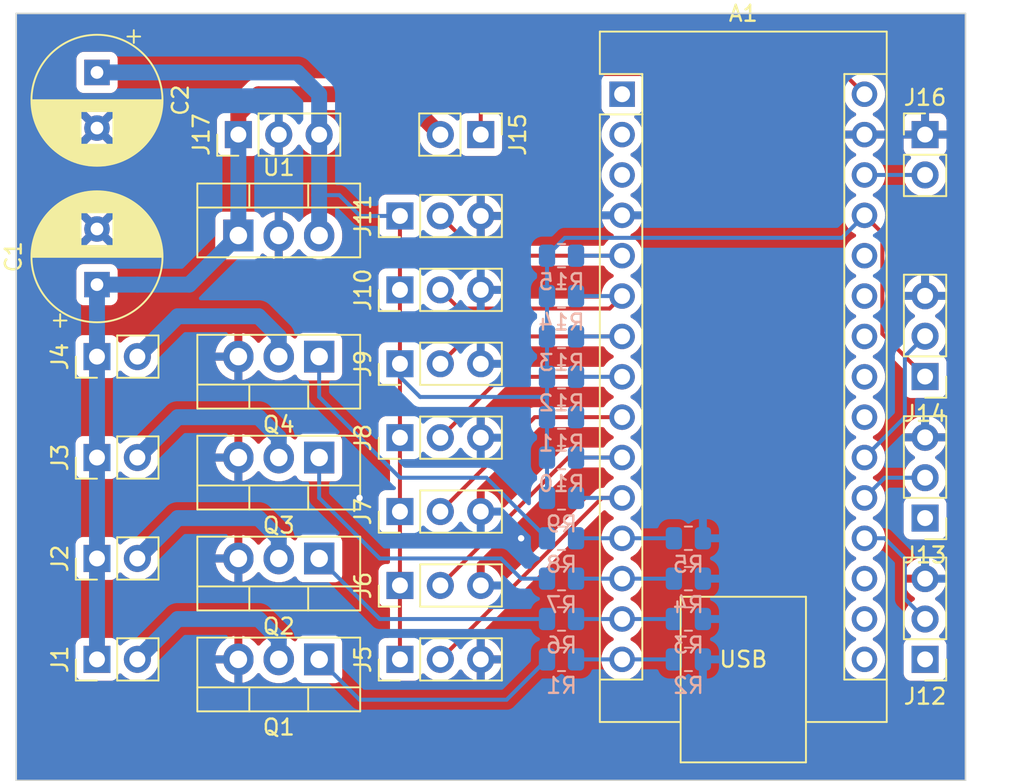
<source format=kicad_pcb>
(kicad_pcb (version 20221018) (generator pcbnew)
  (layers (0 "F.Cu" signal) (31 "B.Cu" signal) (34 "B.Paste" user) (35 "F.Paste" user) (36 "B.SilkS" user "B.Silkscreen") (37 "F.SilkS" user "F.Silkscreen") (38 "B.Mask" user) (39 "F.Mask" user) (44 "Edge.Cuts" user))
  (net 0 "")
  (net 4 "GND")
  (net 5 "/d2")
  (net 6 "/d3")
  (net 7 "/d5")
  (net 8 "/d8")
  (net 9 "Net-(A1-D9)")
  (net 10 "Net-(A1-D10)")
  (net 11 "Net-(A1-D11)")
  (net 12 "Net-(A1-D12)")
  (net 16 "/a0")
  (net 17 "/a1")
  (net 18 "/a2")
  (net 24 "+5V")
  (net 25 "/reset")
  (net 26 "Net-(A1-VIN)")
  (net 27 "+12V")
  (net 28 "/mosfet1")
  (net 29 "/mosfet2")
  (net 30 "/mosfet3")
  (net 31 "/mosfet4")
  (net 32 "Net-(Q1-Pad1)")
  (net 33 "Net-(Q2-Pad1)")
  (net 34 "Net-(Q3-Pad1)")
  (net 35 "Net-(Q4-Pad1)")
  (net 36 "Net-(A1-D4)")
  (net 37 "Net-(A1-D6)")
  (net 38 "Net-(A1-D7)")
  (footprint "Connector_PinHeader_2.54mm:PinHeader_1x02_P2.54mm_Vertical" (layer "F.Cu") (at 80.01 113.03 90)
    (fp_text reference "J4" (at 0 -2.33 90) (layer "F.SilkS"))
    (fp_text value "Conn_01x02_Pin")
    (pad "1" thru_hole rect (at 0 0 90) (size 1.7 1.7) (drill 1) (layers "*.Cu" "*.Mask") (net 27 "+12V"))
    (pad "2" thru_hole oval (at 0 2.54 90) (size 1.7 1.7) (drill 1) (layers "*.Cu" "*.Mask") (net 31 "/mosfet4"))
  )
  (footprint "Package_TO_SOT_THT:TO-220-3_Vertical" (layer "F.Cu") (at 93.98 132.08 180)
    (fp_text reference "Q1" (at 2.54 -4.27) (layer "F.SilkS"))
    (fp_text value "IRL530")
    (pad "1" thru_hole rect (at 0 0 180) (size 1.905 2) (drill 1.1) (layers "*.Cu" "*.Mask") (net 32 "Net-(Q1-Pad1)"))
    (pad "2" thru_hole oval (at 2.54 0 180) (size 1.905 2) (drill 1.1) (layers "*.Cu" "*.Mask") (net 28 "/mosfet1"))
    (pad "3" thru_hole oval (at 5.08 0 180) (size 1.905 2) (drill 1.1) (layers "*.Cu" "*.Mask") (net 4 "GND"))
  )
  (footprint "Connector_PinHeader_2.54mm:PinHeader_1x03_P2.54mm_Vertical" (layer "F.Cu") (at 99.06 108.83 90)
    (fp_text reference "J10" (at 0 -2.33 90) (layer "F.SilkS"))
    (fp_text value "Conn_01x03_Pin")
    (pad "1" thru_hole rect (at 0 0 90) (size 1.7 1.7) (drill 1) (layers "*.Cu" "*.Mask") (net 24 "+5V"))
    (pad "2" thru_hole oval (at 0 2.54 90) (size 1.7 1.7) (drill 1) (layers "*.Cu" "*.Mask") (net 6 "/d3"))
    (pad "3" thru_hole oval (at 0 5.08 90) (size 1.7 1.7) (drill 1) (layers "*.Cu" "*.Mask") (net 4 "GND"))
  )
  (footprint "Connector_PinHeader_2.54mm:PinHeader_1x02_P2.54mm_Vertical" (layer "F.Cu") (at 80.01 125.73 90)
    (fp_text reference "J2" (at 0 -2.33 90) (layer "F.SilkS"))
    (fp_text value "Conn_01x02_Pin")
    (pad "1" thru_hole rect (at 0 0 90) (size 1.7 1.7) (drill 1) (layers "*.Cu" "*.Mask") (net 27 "+12V"))
    (pad "2" thru_hole oval (at 0 2.54 90) (size 1.7 1.7) (drill 1) (layers "*.Cu" "*.Mask") (net 29 "/mosfet2"))
  )
  (footprint "Connector_PinHeader_2.54mm:PinHeader_1x02_P2.54mm_Vertical" (layer "F.Cu") (at 132.08 99.06)
    (fp_text reference "J16" (at 0 -2.33) (layer "F.SilkS"))
    (fp_text value "Conn_01x02_Pin")
    (pad "1" thru_hole rect (at 0 0) (size 1.7 1.7) (drill 1) (layers "*.Cu" "*.Mask") (net 4 "GND"))
    (pad "2" thru_hole oval (at 0 2.54) (size 1.7 1.7) (drill 1) (layers "*.Cu" "*.Mask") (net 25 "/reset"))
  )
  (footprint "Package_TO_SOT_THT:TO-220-3_Vertical" (layer "F.Cu") (at 93.98 119.38 180)
    (fp_text reference "Q3" (at 2.54 -4.27) (layer "F.SilkS"))
    (fp_text value "IRL530")
    (pad "1" thru_hole rect (at 0 0 180) (size 1.905 2) (drill 1.1) (layers "*.Cu" "*.Mask") (net 34 "Net-(Q3-Pad1)"))
    (pad "2" thru_hole oval (at 2.54 0 180) (size 1.905 2) (drill 1.1) (layers "*.Cu" "*.Mask") (net 30 "/mosfet3"))
    (pad "3" thru_hole oval (at 5.08 0 180) (size 1.905 2) (drill 1.1) (layers "*.Cu" "*.Mask") (net 4 "GND"))
  )
  (footprint "Connector_PinHeader_2.54mm:PinHeader_1x03_P2.54mm_Vertical" (layer "F.Cu") (at 99.06 122.78 90)
    (fp_text reference "J7" (at 0 -2.33 90) (layer "F.SilkS"))
    (fp_text value "Conn_01x03_Pin")
    (pad "1" thru_hole rect (at 0 0 90) (size 1.7 1.7) (drill 1) (layers "*.Cu" "*.Mask") (net 24 "+5V"))
    (pad "2" thru_hole oval (at 0 2.54 90) (size 1.7 1.7) (drill 1) (layers "*.Cu" "*.Mask") (net 37 "Net-(A1-D6)"))
    (pad "3" thru_hole oval (at 0 5.08 90) (size 1.7 1.7) (drill 1) (layers "*.Cu" "*.Mask") (net 4 "GND"))
  )
  (footprint "Package_TO_SOT_THT:TO-220-3_Vertical" (layer "F.Cu") (at 88.9 105.41)
    (fp_text reference "U1" (at 2.54 -4.27) (layer "F.SilkS"))
    (fp_text value "LM7805_TO220")
    (pad "1" thru_hole rect (at 0 0) (size 1.905 2) (drill 1.1) (layers "*.Cu" "*.Mask") (net 27 "+12V"))
    (pad "2" thru_hole oval (at 2.54 0) (size 1.905 2) (drill 1.1) (layers "*.Cu" "*.Mask") (net 4 "GND"))
    (pad "3" thru_hole oval (at 5.08 0) (size 1.905 2) (drill 1.1) (layers "*.Cu" "*.Mask") (net 24 "+5V"))
  )
  (footprint "Connector_PinHeader_2.54mm:PinHeader_1x03_P2.54mm_Vertical" (layer "F.Cu") (at 99.06 127.43 90)
    (fp_text reference "J6" (at 0 -2.33 90) (layer "F.SilkS"))
    (fp_text value "Conn_01x03_Pin")
    (pad "1" thru_hole rect (at 0 0 90) (size 1.7 1.7) (drill 1) (layers "*.Cu" "*.Mask") (net 24 "+5V"))
    (pad "2" thru_hole oval (at 0 2.54 90) (size 1.7 1.7) (drill 1) (layers "*.Cu" "*.Mask") (net 38 "Net-(A1-D7)"))
    (pad "3" thru_hole oval (at 0 5.08 90) (size 1.7 1.7) (drill 1) (layers "*.Cu" "*.Mask") (net 4 "GND"))
  )
  (footprint "Connector_PinHeader_2.54mm:PinHeader_1x02_P2.54mm_Vertical" (layer "F.Cu") (at 80.01 119.38 90)
    (fp_text reference "J3" (at 0 -2.33 90) (layer "F.SilkS"))
    (fp_text value "Conn_01x02_Pin")
    (pad "1" thru_hole rect (at 0 0 90) (size 1.7 1.7) (drill 1) (layers "*.Cu" "*.Mask") (net 27 "+12V"))
    (pad "2" thru_hole oval (at 0 2.54 90) (size 1.7 1.7) (drill 1) (layers "*.Cu" "*.Mask") (net 30 "/mosfet3"))
  )
  (footprint "Connector_PinHeader_2.54mm:PinHeader_1x03_P2.54mm_Vertical" (layer "F.Cu") (at 99.06 118.13 90)
    (fp_text reference "J8" (at 0 -2.33 90) (layer "F.SilkS"))
    (fp_text value "Conn_01x03_Pin")
    (pad "1" thru_hole rect (at 0 0 90) (size 1.7 1.7) (drill 1) (layers "*.Cu" "*.Mask") (net 24 "+5V"))
    (pad "2" thru_hole oval (at 0 2.54 90) (size 1.7 1.7) (drill 1) (layers "*.Cu" "*.Mask") (net 7 "/d5"))
    (pad "3" thru_hole oval (at 0 5.08 90) (size 1.7 1.7) (drill 1) (layers "*.Cu" "*.Mask") (net 4 "GND"))
  )
  (footprint "Connector_PinHeader_2.54mm:PinHeader_1x03_P2.54mm_Vertical" (layer "F.Cu") (at 88.9 99.06 90)
    (fp_text reference "J17" (at 0 -2.33 90) (layer "F.SilkS"))
    (fp_text value "Conn_01x03_Pin")
    (pad "1" thru_hole rect (at 0 0 90) (size 1.7 1.7) (drill 1) (layers "*.Cu" "*.Mask") (net 27 "+12V"))
    (pad "2" thru_hole oval (at 0 2.54 90) (size 1.7 1.7) (drill 1) (layers "*.Cu" "*.Mask") (net 4 "GND"))
    (pad "3" thru_hole oval (at 0 5.08 90) (size 1.7 1.7) (drill 1) (layers "*.Cu" "*.Mask") (net 24 "+5V"))
  )
  (footprint "Connector_PinHeader_2.54mm:PinHeader_1x03_P2.54mm_Vertical" (layer "F.Cu") (at 132.08 132.08 180)
    (fp_text reference "J12" (at 0 -2.33) (layer "F.SilkS"))
    (fp_text value "Conn_01x03_Pin")
    (pad "1" thru_hole rect (at 0 0 180) (size 1.7 1.7) (drill 1) (layers "*.Cu" "*.Mask") (net 24 "+5V"))
    (pad "2" thru_hole oval (at 0 2.54 180) (size 1.7 1.7) (drill 1) (layers "*.Cu" "*.Mask") (net 16 "/a0"))
    (pad "3" thru_hole oval (at 0 5.08 180) (size 1.7 1.7) (drill 1) (layers "*.Cu" "*.Mask") (net 4 "GND"))
  )
  (footprint "Connector_PinHeader_2.54mm:PinHeader_1x03_P2.54mm_Vertical" (layer "F.Cu") (at 132.08 114.285 180)
    (fp_text reference "J14" (at 0 -2.33) (layer "F.SilkS"))
    (fp_text value "Conn_01x03_Pin")
    (pad "1" thru_hole rect (at 0 0 180) (size 1.7 1.7) (drill 1) (layers "*.Cu" "*.Mask") (net 24 "+5V"))
    (pad "2" thru_hole oval (at 0 2.54 180) (size 1.7 1.7) (drill 1) (layers "*.Cu" "*.Mask") (net 18 "/a2"))
    (pad "3" thru_hole oval (at 0 5.08 180) (size 1.7 1.7) (drill 1) (layers "*.Cu" "*.Mask") (net 4 "GND"))
  )
  (footprint "Connector_PinHeader_2.54mm:PinHeader_1x02_P2.54mm_Vertical" (layer "F.Cu") (at 80.01 132.08 90)
    (fp_text reference "J1" (at 0 -2.33 90) (layer "F.SilkS"))
    (fp_text value "Conn_01x02_Pin")
    (pad "1" thru_hole rect (at 0 0 90) (size 1.7 1.7) (drill 1) (layers "*.Cu" "*.Mask") (net 27 "+12V"))
    (pad "2" thru_hole oval (at 0 2.54 90) (size 1.7 1.7) (drill 1) (layers "*.Cu" "*.Mask") (net 28 "/mosfet1"))
  )
  (footprint "Connector_PinHeader_2.54mm:PinHeader_1x02_P2.54mm_Vertical" (layer "F.Cu") (at 104.14 99.06 -90)
    (fp_text reference "J15" (at 0 -2.33 90) (layer "F.SilkS"))
    (fp_text value "Conn_01x02_Pin")
    (pad "1" thru_hole rect (at 0 0 270) (size 1.7 1.7) (drill 1) (layers "*.Cu" "*.Mask") (net 26 "Net-(A1-VIN)"))
    (pad "2" thru_hole oval (at 0 2.54 270) (size 1.7 1.7) (drill 1) (layers "*.Cu" "*.Mask") (net 27 "+12V"))
  )
  (footprint "Package_TO_SOT_THT:TO-220-3_Vertical" (layer "F.Cu") (at 93.98 125.73 180)
    (fp_text reference "Q2" (at 2.54 -4.27) (layer "F.SilkS"))
    (fp_text value "IRL530")
    (pad "1" thru_hole rect (at 0 0 180) (size 1.905 2) (drill 1.1) (layers "*.Cu" "*.Mask") (net 33 "Net-(Q2-Pad1)"))
    (pad "2" thru_hole oval (at 2.54 0 180) (size 1.905 2) (drill 1.1) (layers "*.Cu" "*.Mask") (net 29 "/mosfet2"))
    (pad "3" thru_hole oval (at 5.08 0 180) (size 1.905 2) (drill 1.1) (layers "*.Cu" "*.Mask") (net 4 "GND"))
  )
  (footprint "Module:Arduino_Nano" (layer "F.Cu") (at 113.03 96.52)
    (fp_text reference "A1" (at 7.62 -5.08) (layer "F.SilkS"))
    (fp_text value "Arduino_Nano_v3.x")
    (fp_text user "USB" (at 7.62 35.56 unlocked) (layer "F.SilkS"))
    (pad "1" thru_hole rect (at 0 0) (size 1.6 1.6) (drill 1) (layers "*.Cu" "*.Mask"))
    (pad "2" thru_hole oval (at 0 2.54) (size 1.6 1.6) (drill 1) (layers "*.Cu" "*.Mask"))
    (pad "3" thru_hole oval (at 0 5.08) (size 1.6 1.6) (drill 1) (layers "*.Cu" "*.Mask"))
    (pad "4" thru_hole oval (at 0 7.62) (size 1.6 1.6) (drill 1) (layers "*.Cu" "*.Mask") (net 4 "GND"))
    (pad "5" thru_hole oval (at 0 10.16) (size 1.6 1.6) (drill 1) (layers "*.Cu" "*.Mask") (net 5 "/d2"))
    (pad "6" thru_hole oval (at 0 12.7) (size 1.6 1.6) (drill 1) (layers "*.Cu" "*.Mask") (net 6 "/d3"))
    (pad "7" thru_hole oval (at 0 15.24) (size 1.6 1.6) (drill 1) (layers "*.Cu" "*.Mask") (net 36 "Net-(A1-D4)"))
    (pad "8" thru_hole oval (at 0 17.78) (size 1.6 1.6) (drill 1) (layers "*.Cu" "*.Mask") (net 7 "/d5"))
    (pad "9" thru_hole oval (at 0 20.32) (size 1.6 1.6) (drill 1) (layers "*.Cu" "*.Mask") (net 37 "Net-(A1-D6)"))
    (pad "10" thru_hole oval (at 0 22.86) (size 1.6 1.6) (drill 1) (layers "*.Cu" "*.Mask") (net 38 "Net-(A1-D7)"))
    (pad "11" thru_hole oval (at 0 25.4) (size 1.6 1.6) (drill 1) (layers "*.Cu" "*.Mask") (net 8 "/d8"))
    (pad "12" thru_hole oval (at 0 27.94) (size 1.6 1.6) (drill 1) (layers "*.Cu" "*.Mask") (net 9 "Net-(A1-D9)"))
    (pad "13" thru_hole oval (at 0 30.48) (size 1.6 1.6) (drill 1) (layers "*.Cu" "*.Mask") (net 10 "Net-(A1-D10)"))
    (pad "14" thru_hole oval (at 0 33.02) (size 1.6 1.6) (drill 1) (layers "*.Cu" "*.Mask") (net 11 "Net-(A1-D11)"))
    (pad "15" thru_hole oval (at 0 35.56) (size 1.6 1.6) (drill 1) (layers "*.Cu" "*.Mask") (net 12 "Net-(A1-D12)"))
    (pad "16" thru_hole oval (at 15.24 35.56) (size 1.6 1.6) (drill 1) (layers "*.Cu" "*.Mask"))
    (pad "17" thru_hole oval (at 15.24 33.02) (size 1.6 1.6) (drill 1) (layers "*.Cu" "*.Mask"))
    (pad "18" thru_hole oval (at 15.24 30.48) (size 1.6 1.6) (drill 1) (layers "*.Cu" "*.Mask"))
    (pad "19" thru_hole oval (at 15.24 27.94) (size 1.6 1.6) (drill 1) (layers "*.Cu" "*.Mask") (net 16 "/a0"))
    (pad "20" thru_hole oval (at 15.24 25.4) (size 1.6 1.6) (drill 1) (layers "*.Cu" "*.Mask") (net 17 "/a1"))
    (pad "21" thru_hole oval (at 15.24 22.86) (size 1.6 1.6) (drill 1) (layers "*.Cu" "*.Mask") (net 18 "/a2"))
    (pad "22" thru_hole oval (at 15.24 20.32) (size 1.6 1.6) (drill 1) (layers "*.Cu" "*.Mask"))
    (pad "23" thru_hole oval (at 15.24 17.78) (size 1.6 1.6) (drill 1) (layers "*.Cu" "*.Mask"))
    (pad "24" thru_hole oval (at 15.24 15.24) (size 1.6 1.6) (drill 1) (layers "*.Cu" "*.Mask"))
    (pad "25" thru_hole oval (at 15.24 12.7) (size 1.6 1.6) (drill 1) (layers "*.Cu" "*.Mask"))
    (pad "26" thru_hole oval (at 15.24 10.16) (size 1.6 1.6) (drill 1) (layers "*.Cu" "*.Mask"))
    (pad "27" thru_hole oval (at 15.24 7.62) (size 1.6 1.6) (drill 1) (layers "*.Cu" "*.Mask") (net 24 "+5V"))
    (pad "28" thru_hole oval (at 15.24 5.08) (size 1.6 1.6) (drill 1) (layers "*.Cu" "*.Mask") (net 25 "/reset"))
    (pad "29" thru_hole oval (at 15.24 2.54) (size 1.6 1.6) (drill 1) (layers "*.Cu" "*.Mask") (net 4 "GND"))
    (pad "30" thru_hole oval (at 15.24 0) (size 1.6 1.6) (drill 1) (layers "*.Cu" "*.Mask") (net 26 "Net-(A1-VIN)"))
  )
  (footprint "Connector_PinHeader_2.54mm:PinHeader_1x03_P2.54mm_Vertical" (layer "F.Cu") (at 132.08 123.19 180)
    (fp_text reference "J13" (at 0 -2.33) (layer "F.SilkS"))
    (fp_text value "Conn_01x03_Pin")
    (pad "1" thru_hole rect (at 0 0 180) (size 1.7 1.7) (drill 1) (layers "*.Cu" "*.Mask") (net 24 "+5V"))
    (pad "2" thru_hole oval (at 0 2.54 180) (size 1.7 1.7) (drill 1) (layers "*.Cu" "*.Mask") (net 17 "/a1"))
    (pad "3" thru_hole oval (at 0 5.08 180) (size 1.7 1.7) (drill 1) (layers "*.Cu" "*.Mask") (net 4 "GND"))
  )
  (footprint "Connector_PinHeader_2.54mm:PinHeader_1x03_P2.54mm_Vertical" (layer "F.Cu") (at 99.06 113.48 90)
    (fp_text reference "J9" (at 0 -2.33 90) (layer "F.SilkS"))
    (fp_text value "Conn_01x03_Pin")
    (pad "1" thru_hole rect (at 0 0 90) (size 1.7 1.7) (drill 1) (layers "*.Cu" "*.Mask") (net 24 "+5V"))
    (pad "2" thru_hole oval (at 0 2.54 90) (size 1.7 1.7) (drill 1) (layers "*.Cu" "*.Mask") (net 36 "Net-(A1-D4)"))
    (pad "3" thru_hole oval (at 0 5.08 90) (size 1.7 1.7) (drill 1) (layers "*.Cu" "*.Mask") (net 4 "GND"))
  )
  (footprint "Connector_PinHeader_2.54mm:PinHeader_1x03_P2.54mm_Vertical" (layer "F.Cu") (at 99.06 132.08 90)
    (fp_text reference "J5" (at 0 -2.33 90) (layer "F.SilkS"))
    (fp_text value "Conn_01x03_Pin")
    (pad "1" thru_hole rect (at 0 0 90) (size 1.7 1.7) (drill 1) (layers "*.Cu" "*.Mask") (net 24 "+5V"))
    (pad "2" thru_hole oval (at 0 2.54 90) (size 1.7 1.7) (drill 1) (layers "*.Cu" "*.Mask") (net 8 "/d8"))
    (pad "3" thru_hole oval (at 0 5.08 90) (size 1.7 1.7) (drill 1) (layers "*.Cu" "*.Mask") (net 4 "GND"))
  )
  (footprint "Package_TO_SOT_THT:TO-220-3_Vertical" (layer "F.Cu") (at 93.98 113.03 180)
    (fp_text reference "Q4" (at 2.54 -4.27) (layer "F.SilkS"))
    (fp_text value "IRL530")
    (pad "1" thru_hole rect (at 0 0 180) (size 1.905 2) (drill 1.1) (layers "*.Cu" "*.Mask") (net 35 "Net-(Q4-Pad1)"))
    (pad "2" thru_hole oval (at 2.54 0 180) (size 1.905 2) (drill 1.1) (layers "*.Cu" "*.Mask") (net 31 "/mosfet4"))
    (pad "3" thru_hole oval (at 5.08 0 180) (size 1.905 2) (drill 1.1) (layers "*.Cu" "*.Mask") (net 4 "GND"))
  )
  (footprint "Capacitor_THT:CP_Radial_D8.0mm_P3.50mm" (layer "F.Cu") (at 80.01 95.15 -90)
    (fp_text reference "C2" (at 1.75 -5.25 90) (layer "F.SilkS"))
    (fp_text value "C")
    (pad "1" thru_hole rect (at 0 0 270) (size 1.6 1.6) (drill 0.8) (layers "*.Cu" "*.Mask") (net 24 "+5V"))
    (pad "2" thru_hole circle (at 3.5 0 270) (size 1.6 1.6) (drill 0.8) (layers "*.Cu" "*.Mask") (net 4 "GND"))
  )
  (footprint "Connector_PinHeader_2.54mm:PinHeader_1x03_P2.54mm_Vertical" (layer "F.Cu") (at 99.06 104.18 90)
    (fp_text reference "J11" (at 0 -2.33 90) (layer "F.SilkS"))
    (fp_text value "Conn_01x03_Pin")
    (pad "1" thru_hole rect (at 0 0 90) (size 1.7 1.7) (drill 1) (layers "*.Cu" "*.Mask") (net 24 "+5V"))
    (pad "2" thru_hole oval (at 0 2.54 90) (size 1.7 1.7) (drill 1) (layers "*.Cu" "*.Mask") (net 5 "/d2"))
    (pad "3" thru_hole oval (at 0 5.08 90) (size 1.7 1.7) (drill 1) (layers "*.Cu" "*.Mask") (net 4 "GND"))
  )
  (footprint "Capacitor_THT:CP_Radial_D8.0mm_P3.50mm" (layer "F.Cu") (at 80.01 108.5 90)
    (fp_text reference "C1" (at 1.75 -5.25 90) (layer "F.SilkS"))
    (fp_text value "C")
    (pad "1" thru_hole rect (at 0 0 90) (size 1.6 1.6) (drill 0.8) (layers "*.Cu" "*.Mask") (net 27 "+12V"))
    (pad "2" thru_hole circle (at 3.5 0 90) (size 1.6 1.6) (drill 0.8) (layers "*.Cu" "*.Mask") (net 4 "GND"))
  )
  (footprint "Resistor_SMD:R_0805_2012Metric" (layer "B.Cu") (at 109.22 111.76)
    (fp_text reference "R13" (at 0 1.65) (layer "B.SilkS") (effects (justify mirror)))
    (fp_text value "R")
    (pad "1" smd roundrect (at -0.9125 0) (size 1.025 1.4) (layers "B.Cu" "B.Paste" "B.Mask") (roundrect_rratio 0.243902) (net 24 "+5V"))
    (pad "2" smd roundrect (at 0.9125 0) (size 1.025 1.4) (layers "B.Cu" "B.Paste" "B.Mask") (roundrect_rratio 0.243902) (net 36 "Net-(A1-D4)"))
  )
  (footprint "Resistor_SMD:R_0805_2012Metric" (layer "B.Cu") (at 109.22 116.84)
    (fp_text reference "R11" (at 0 1.65) (layer "B.SilkS") (effects (justify mirror)))
    (fp_text value "R")
    (pad "1" smd roundrect (at -0.9125 0) (size 1.025 1.4) (layers "B.Cu" "B.Paste" "B.Mask") (roundrect_rratio 0.243902) (net 24 "+5V"))
    (pad "2" smd roundrect (at 0.9125 0) (size 1.025 1.4) (layers "B.Cu" "B.Paste" "B.Mask") (roundrect_rratio 0.243902) (net 37 "Net-(A1-D6)"))
  )
  (footprint "Resistor_SMD:R_0805_2012Metric" (layer "B.Cu") (at 109.22 109.22)
    (fp_text reference "R14" (at 0 1.65) (layer "B.SilkS") (effects (justify mirror)))
    (fp_text value "R")
    (pad "1" smd roundrect (at -0.9125 0) (size 1.025 1.4) (layers "B.Cu" "B.Paste" "B.Mask") (roundrect_rratio 0.243902) (net 24 "+5V"))
    (pad "2" smd roundrect (at 0.9125 0) (size 1.025 1.4) (layers "B.Cu" "B.Paste" "B.Mask") (roundrect_rratio 0.243902) (net 6 "/d3"))
  )
  (footprint "Resistor_SMD:R_0805_2012Metric" (layer "B.Cu") (at 109.22 129.54)
    (fp_text reference "R6" (at 0 1.65) (layer "B.SilkS") (effects (justify mirror)))
    (fp_text value "R")
    (pad "1" smd roundrect (at -0.9125 0) (size 1.025 1.4) (layers "B.Cu" "B.Paste" "B.Mask") (roundrect_rratio 0.243902) (net 33 "Net-(Q2-Pad1)"))
    (pad "2" smd roundrect (at 0.9125 0) (size 1.025 1.4) (layers "B.Cu" "B.Paste" "B.Mask") (roundrect_rratio 0.243902) (net 11 "Net-(A1-D11)"))
  )
  (footprint "Resistor_SMD:R_0805_2012Metric" (layer "B.Cu") (at 109.22 132.08)
    (fp_text reference "R1" (at 0 1.65) (layer "B.SilkS") (effects (justify mirror)))
    (fp_text value "R")
    (pad "1" smd roundrect (at -0.9125 0) (size 1.025 1.4) (layers "B.Cu" "B.Paste" "B.Mask") (roundrect_rratio 0.243902) (net 32 "Net-(Q1-Pad1)"))
    (pad "2" smd roundrect (at 0.9125 0) (size 1.025 1.4) (layers "B.Cu" "B.Paste" "B.Mask") (roundrect_rratio 0.243902) (net 12 "Net-(A1-D12)"))
  )
  (footprint "Resistor_SMD:R_0805_2012Metric" (layer "B.Cu") (at 117.1975 127)
    (fp_text reference "R4" (at 0 1.65) (layer "B.SilkS") (effects (justify mirror)))
    (fp_text value "R")
    (pad "1" smd roundrect (at -0.9125 0) (size 1.025 1.4) (layers "B.Cu" "B.Paste" "B.Mask") (roundrect_rratio 0.243902) (net 10 "Net-(A1-D10)"))
    (pad "2" smd roundrect (at 0.9125 0) (size 1.025 1.4) (layers "B.Cu" "B.Paste" "B.Mask") (roundrect_rratio 0.243902) (net 4 "GND"))
  )
  (footprint "Resistor_SMD:R_0805_2012Metric" (layer "B.Cu") (at 109.22 124.46)
    (fp_text reference "R8" (at 0 1.65) (layer "B.SilkS") (effects (justify mirror)))
    (fp_text value "R")
    (pad "1" smd roundrect (at -0.9125 0) (size 1.025 1.4) (layers "B.Cu" "B.Paste" "B.Mask") (roundrect_rratio 0.243902) (net 35 "Net-(Q4-Pad1)"))
    (pad "2" smd roundrect (at 0.9125 0) (size 1.025 1.4) (layers "B.Cu" "B.Paste" "B.Mask") (roundrect_rratio 0.243902) (net 9 "Net-(A1-D9)"))
  )
  (footprint "Resistor_SMD:R_0805_2012Metric" (layer "B.Cu") (at 109.22 121.92)
    (fp_text reference "R9" (at 0 1.65) (layer "B.SilkS") (effects (justify mirror)))
    (fp_text value "R")
    (pad "1" smd roundrect (at -0.9125 0) (size 1.025 1.4) (layers "B.Cu" "B.Paste" "B.Mask") (roundrect_rratio 0.243902) (net 24 "+5V"))
    (pad "2" smd roundrect (at 0.9125 0) (size 1.025 1.4) (layers "B.Cu" "B.Paste" "B.Mask") (roundrect_rratio 0.243902) (net 8 "/d8"))
  )
  (footprint "Resistor_SMD:R_0805_2012Metric" (layer "B.Cu") (at 117.1975 124.46)
    (fp_text reference "R5" (at 0 1.65) (layer "B.SilkS") (effects (justify mirror)))
    (fp_text value "R")
    (pad "1" smd roundrect (at -0.9125 0) (size 1.025 1.4) (layers "B.Cu" "B.Paste" "B.Mask") (roundrect_rratio 0.243902) (net 9 "Net-(A1-D9)"))
    (pad "2" smd roundrect (at 0.9125 0) (size 1.025 1.4) (layers "B.Cu" "B.Paste" "B.Mask") (roundrect_rratio 0.243902) (net 4 "GND"))
  )
  (footprint "Resistor_SMD:R_0805_2012Metric" (layer "B.Cu") (at 109.22 119.38)
    (fp_text reference "R10" (at 0 1.65) (layer "B.SilkS") (effects (justify mirror)))
    (fp_text value "R")
    (pad "1" smd roundrect (at -0.9125 0) (size 1.025 1.4) (layers "B.Cu" "B.Paste" "B.Mask") (roundrect_rratio 0.243902) (net 24 "+5V"))
    (pad "2" smd roundrect (at 0.9125 0) (size 1.025 1.4) (layers "B.Cu" "B.Paste" "B.Mask") (roundrect_rratio 0.243902) (net 38 "Net-(A1-D7)"))
  )
  (footprint "Resistor_SMD:R_0805_2012Metric" (layer "B.Cu") (at 109.22 127)
    (fp_text reference "R7" (at 0 1.65) (layer "B.SilkS") (effects (justify mirror)))
    (fp_text value "R")
    (pad "1" smd roundrect (at -0.9125 0) (size 1.025 1.4) (layers "B.Cu" "B.Paste" "B.Mask") (roundrect_rratio 0.243902) (net 34 "Net-(Q3-Pad1)"))
    (pad "2" smd roundrect (at 0.9125 0) (size 1.025 1.4) (layers "B.Cu" "B.Paste" "B.Mask") (roundrect_rratio 0.243902) (net 10 "Net-(A1-D10)"))
  )
  (footprint "Resistor_SMD:R_0805_2012Metric" (layer "B.Cu") (at 117.1975 132.08)
    (fp_text reference "R2" (at 0 1.65) (layer "B.SilkS") (effects (justify mirror)))
    (fp_text value "R")
    (pad "1" smd roundrect (at -0.9125 0) (size 1.025 1.4) (layers "B.Cu" "B.Paste" "B.Mask") (roundrect_rratio 0.243902) (net 12 "Net-(A1-D12)"))
    (pad "2" smd roundrect (at 0.9125 0) (size 1.025 1.4) (layers "B.Cu" "B.Paste" "B.Mask") (roundrect_rratio 0.243902) (net 4 "GND"))
  )
  (footprint "Resistor_SMD:R_0805_2012Metric" (layer "B.Cu") (at 109.22 114.3)
    (fp_text reference "R12" (at 0 1.65) (layer "B.SilkS") (effects (justify mirror)))
    (fp_text value "R")
    (pad "1" smd roundrect (at -0.9125 0) (size 1.025 1.4) (layers "B.Cu" "B.Paste" "B.Mask") (roundrect_rratio 0.243902) (net 24 "+5V"))
    (pad "2" smd roundrect (at 0.9125 0) (size 1.025 1.4) (layers "B.Cu" "B.Paste" "B.Mask") (roundrect_rratio 0.243902) (net 7 "/d5"))
  )
  (footprint "Resistor_SMD:R_0805_2012Metric" (layer "B.Cu") (at 117.1975 129.54)
    (fp_text reference "R3" (at 0 1.65) (layer "B.SilkS") (effects (justify mirror)))
    (fp_text value "R")
    (pad "1" smd roundrect (at -0.9125 0) (size 1.025 1.4) (layers "B.Cu" "B.Paste" "B.Mask") (roundrect_rratio 0.243902) (net 11 "Net-(A1-D11)"))
    (pad "2" smd roundrect (at 0.9125 0) (size 1.025 1.4) (layers "B.Cu" "B.Paste" "B.Mask") (roundrect_rratio 0.243902) (net 4 "GND"))
  )
  (footprint "Resistor_SMD:R_0805_2012Metric" (layer "B.Cu") (at 109.22 106.68)
    (fp_text reference "R15" (at 0 1.65) (layer "B.SilkS") (effects (justify mirror)))
    (fp_text value "R")
    (pad "1" smd roundrect (at -0.9125 0) (size 1.025 1.4) (layers "B.Cu" "B.Paste" "B.Mask") (roundrect_rratio 0.243902) (net 24 "+5V"))
    (pad "2" smd roundrect (at 0.9125 0) (size 1.025 1.4) (layers "B.Cu" "B.Paste" "B.Mask") (roundrect_rratio 0.243902) (net 5 "/d2"))
  )
  (gr_line (start 134.62 91.44) (end 134.62 139.7) (stroke (width 0.1)) (layer "Edge.Cuts"))
  (gr_line (start 134.62 139.7) (end 74.93 139.7) (stroke (width 0.1)) (layer "Edge.Cuts"))
  (gr_line (start 74.93 139.7) (end 74.93 91.44) (stroke (width 0.1)) (layer "Edge.Cuts"))
  (gr_line (start 74.93 91.44) (end 134.62 91.44) (stroke (width 0.1)) (layer "Edge.Cuts"))
  (via (at 96.52 121.92) (size 0.8) (drill 0.4) (layers "F.Cu" "B.Cu") (net 4))
  (via (at 106.68 124.46) (size 0.8) (drill 0.4) (layers "F.Cu" "B.Cu") (net 4))
  (segment (start 101.6 104.18) (end 104.1 106.68) (width 0.25) (layer "F.Cu") (net 5))
  (segment (start 104.1 106.68) (end 113.03 106.68) (width 0.25) (layer "F.Cu") (net 5))
  (segment (start 113.03 106.68) (end 110.1325 106.68) (width 0.25) (layer "B.Cu") (net 5))
  (segment (start 101.6 108.83) (end 102.775 110.005) (width 0.25) (layer "F.Cu") (net 6))
  (segment (start 102.775 110.005) (end 112.245 110.005) (width 0.25) (layer "F.Cu") (net 6))
  (segment (start 112.245 110.005) (end 113.03 109.22) (width 0.25) (layer "F.Cu") (net 6))
  (segment (start 113.03 109.22) (end 110.1325 109.22) (width 0.25) (layer "B.Cu") (net 6))
  (segment (start 101.6 118.13) (end 105.43 114.3) (width 0.25) (layer "F.Cu") (net 7))
  (segment (start 105.43 114.3) (end 113.03 114.3) (width 0.25) (layer "F.Cu") (net 7))
  (segment (start 113.03 114.3) (end 110.1325 114.3) (width 0.25) (layer "B.Cu") (net 7))
  (segment (start 111.76 121.92) (end 113.03 121.92) (width 0.25) (layer "F.Cu") (net 8))
  (segment (start 101.6 132.08) (end 111.76 121.92) (width 0.25) (layer "F.Cu") (net 8))
  (segment (start 113.03 121.92) (end 110.1325 121.92) (width 0.25) (layer "B.Cu") (net 8))
  (segment (start 116.285 124.46) (end 110.1325 124.46) (width 0.25) (layer "B.Cu") (net 9))
  (segment (start 110.1325 127) (end 116.285 127) (width 0.25) (layer "B.Cu") (net 10))
  (segment (start 116.285 129.54) (end 110.1325 129.54) (width 0.25) (layer "B.Cu") (net 11))
  (segment (start 110.1325 132.08) (end 116.285 132.08) (width 0.25) (layer "B.Cu") (net 12))
  (segment (start 129.54 124.46) (end 128.27 124.46) (width 0.25) (layer "B.Cu") (net 16))
  (segment (start 130.81 128.27) (end 130.81 125.73) (width 0.25) (layer "B.Cu") (net 16))
  (segment (start 130.81 125.73) (end 129.54 124.46) (width 0.25) (layer "B.Cu") (net 16))
  (segment (start 132.08 129.54) (end 130.81 128.27) (width 0.25) (layer "B.Cu") (net 16))
  (segment (start 129.54 120.65) (end 128.27 121.92) (width 0.25) (layer "B.Cu") (net 17))
  (segment (start 132.08 120.65) (end 129.54 120.65) (width 0.25) (layer "B.Cu") (net 17))
  (segment (start 132.08 111.745) (end 130.81 113.015) (width 0.25) (layer "B.Cu") (net 18))
  (segment (start 130.81 113.015) (end 130.81 116.84) (width 0.25) (layer "B.Cu") (net 18))
  (segment (start 130.81 116.84) (end 128.27 119.38) (width 0.25) (layer "B.Cu") (net 18))
  (segment (start 132.08 114.285) (end 129.395 111.6) (width 0.25) (layer "F.Cu") (net 24))
  (segment (start 129.395 111.6) (end 129.395 105.265) (width 0.25) (layer "F.Cu") (net 24))
  (segment (start 99.06 132.08) (end 99.06 104.18) (width 0.25) (layer "F.Cu") (net 24))
  (segment (start 129.395 105.265) (end 128.27 104.14) (width 0.25) (layer "F.Cu") (net 24))
  (segment (start 93.98 102.87) (end 93.98 105.41) (width 1) (layer "B.Cu") (net 24))
  (segment (start 80.01 95.15) (end 92.61 95.15) (width 1) (layer "B.Cu") (net 24))
  (segment (start 93.98 96.52) (end 93.98 102.87) (width 1) (layer "B.Cu") (net 24))
  (segment (start 92.61 95.15) (end 93.98 96.52) (width 1) (layer "B.Cu") (net 24))
  (segment (start 95.25 102.87) (end 93.98 102.87) (width 0.25) (layer "B.Cu") (net 24))
  (segment (start 96.56 104.18) (end 95.25 102.87) (width 0.25) (layer "B.Cu") (net 24))
  (segment (start 108.3075 121.92) (end 108.3075 115.57) (width 0.25) (layer "B.Cu") (net 24))
  (segment (start 126.855 105.555) (end 109.4325 105.555) (width 0.25) (layer "B.Cu") (net 24))
  (segment (start 108.3075 115.57) (end 100.33 115.57) (width 0.25) (layer "B.Cu") (net 24))
  (segment (start 99.06 104.18) (end 96.56 104.18) (width 0.25) (layer "B.Cu") (net 24))
  (segment (start 109.4325 105.555) (end 108.3075 106.68) (width 0.25) (layer "B.Cu") (net 24))
  (segment (start 128.27 104.14) (end 126.855 105.555) (width 0.25) (layer "B.Cu") (net 24))
  (segment (start 99.06 114.3) (end 99.06 113.48) (width 0.25) (layer "B.Cu") (net 24))
  (segment (start 100.33 115.57) (end 99.06 114.3) (width 0.25) (layer "B.Cu") (net 24))
  (segment (start 108.3075 115.57) (end 108.3075 106.68) (width 0.25) (layer "B.Cu") (net 24))
  (segment (start 128.27 101.6) (end 132.08 101.6) (width 0.25) (layer "B.Cu") (net 25))
  (segment (start 105.41 95.25) (end 127 95.25) (width 0.25) (layer "F.Cu") (net 26))
  (segment (start 127 95.25) (end 128.27 96.52) (width 0.25) (layer "F.Cu") (net 26))
  (segment (start 104.14 99.06) (end 104.14 96.52) (width 0.25) (layer "F.Cu") (net 26))
  (segment (start 104.14 96.52) (end 105.41 95.25) (width 0.25) (layer "F.Cu") (net 26))
  (segment (start 90.17 96.52) (end 88.9 97.79) (width 1) (layer "F.Cu") (net 27))
  (segment (start 99.06 96.52) (end 90.17 96.52) (width 1) (layer "F.Cu") (net 27))
  (segment (start 101.6 99.06) (end 99.06 96.52) (width 1) (layer "F.Cu") (net 27))
  (segment (start 88.9 97.79) (end 88.9 99.06) (width 1) (layer "F.Cu") (net 27))
  (segment (start 80.01 111.76) (end 80.01 132.08) (width 1) (layer "B.Cu") (net 27))
  (segment (start 80.01 108.5) (end 80.01 113.03) (width 1) (layer "B.Cu") (net 27))
  (segment (start 85.81 108.5) (end 88.9 105.41) (width 1) (layer "B.Cu") (net 27))
  (segment (start 82.55 108.5) (end 85.81 108.5) (width 1) (layer "B.Cu") (net 27))
  (segment (start 88.9 105.41) (end 88.9 99.06) (width 1) (layer "B.Cu") (net 27))
  (segment (start 80.01 108.5) (end 82.55 108.5) (width 1) (layer "B.Cu") (net 27))
  (segment (start 85.09 129.54) (end 90.17 129.54) (width 1) (layer "B.Cu") (net 28))
  (segment (start 90.17 129.54) (end 91.44 130.81) (width 1) (layer "B.Cu") (net 28))
  (segment (start 82.55 132.08) (end 85.09 129.54) (width 1) (layer "B.Cu") (net 28))
  (segment (start 91.44 130.81) (end 91.44 132.08) (width 1) (layer "B.Cu") (net 28))
  (segment (start 82.55 125.73) (end 85.09 123.19) (width 1) (layer "B.Cu") (net 29))
  (segment (start 85.09 123.19) (end 90.17 123.19) (width 1) (layer "B.Cu") (net 29))
  (segment (start 90.17 123.19) (end 91.44 124.46) (width 1) (layer "B.Cu") (net 29))
  (segment (start 91.44 124.46) (end 91.44 125.73) (width 1) (layer "B.Cu") (net 29))
  (segment (start 90.17 116.84) (end 91.44 118.11) (width 1) (layer "B.Cu") (net 30))
  (segment (start 85.09 116.84) (end 90.17 116.84) (width 1) (layer "B.Cu") (net 30))
  (segment (start 82.55 119.38) (end 85.09 116.84) (width 1) (layer "B.Cu") (net 30))
  (segment (start 91.44 118.11) (end 91.44 119.38) (width 1) (layer "B.Cu") (net 30))
  (segment (start 85.09 110.49) (end 90.17 110.49) (width 1) (layer "B.Cu") (net 31))
  (segment (start 82.55 113.03) (end 85.09 110.49) (width 1) (layer "B.Cu") (net 31))
  (segment (start 91.44 111.76) (end 91.44 113.03) (width 1) (layer "B.Cu") (net 31))
  (segment (start 90.17 110.49) (end 91.44 111.76) (width 1) (layer "B.Cu") (net 31))
  (segment (start 105.7675 134.62) (end 96.52 134.62) (width 0.25) (layer "B.Cu") (net 32))
  (segment (start 96.52 134.62) (end 93.98 132.08) (width 0.25) (layer "B.Cu") (net 32))
  (segment (start 108.3075 132.08) (end 105.7675 134.62) (width 0.25) (layer "B.Cu") (net 32))
  (segment (start 108.3075 129.54) (end 97.79 129.54) (width 0.25) (layer "B.Cu") (net 33))
  (segment (start 97.79 129.54) (end 93.98 125.73) (width 0.25) (layer "B.Cu") (net 33))
  (segment (start 106.68 127) (end 105.41 125.73) (width 0.25) (layer "B.Cu") (net 34))
  (segment (start 97.79 125.73) (end 93.98 121.92) (width 0.25) (layer "B.Cu") (net 34))
  (segment (start 105.41 125.73) (end 97.79 125.73) (width 0.25) (layer "B.Cu") (net 34))
  (segment (start 108.3075 127) (end 106.68 127) (width 0.25) (layer "B.Cu") (net 34))
  (segment (start 93.98 121.92) (end 93.98 119.38) (width 0.25) (layer "B.Cu") (net 34))
  (segment (start 108.3075 124.46) (end 104.4975 120.65) (width 0.25) (layer "B.Cu") (net 35))
  (segment (start 99.06 120.65) (end 93.98 115.57) (width 0.25) (layer "B.Cu") (net 35))
  (segment (start 104.4975 120.65) (end 99.06 120.65) (width 0.25) (layer "B.Cu") (net 35))
  (segment (start 93.98 115.57) (end 93.98 113.03) (width 0.25) (layer "B.Cu") (net 35))
  (segment (start 101.6 113.48) (end 103.32 111.76) (width 0.25) (layer "F.Cu") (net 36))
  (segment (start 103.32 111.76) (end 113.03 111.76) (width 0.25) (layer "F.Cu") (net 36))
  (segment (start 113.03 111.76) (end 110.1325 111.76) (width 0.25) (layer "B.Cu") (net 36))
  (segment (start 107.54 116.84) (end 113.03 116.84) (width 0.25) (layer "F.Cu") (net 37))
  (segment (start 101.6 122.78) (end 107.54 116.84) (width 0.25) (layer "F.Cu") (net 37))
  (segment (start 101.6 127.43) (end 109.65 119.38) (width 0.25) (layer "F.Cu") (net 38))
  (segment (start 109.65 119.38) (end 113.03 119.38) (width 0.25) (layer "F.Cu") (net 38))
  (segment (start 113.03 119.38) (end 110.1325 119.38) (width 0.25) (layer "B.Cu") (net 38))
  (zone (net 4) (net_name "GND") (layers "F&B.Cu") (connect_pads (clearance 0.5)) (min_thickness 0.25) (fill yes (thermal_gap 0.5) (thermal_bridge_width 0.5))
    (polygon (pts (xy 74.93 91.44) (xy 134.62 91.44) (xy 134.62 139.7) (xy 74.93 139.7)))
  )
)
</source>
